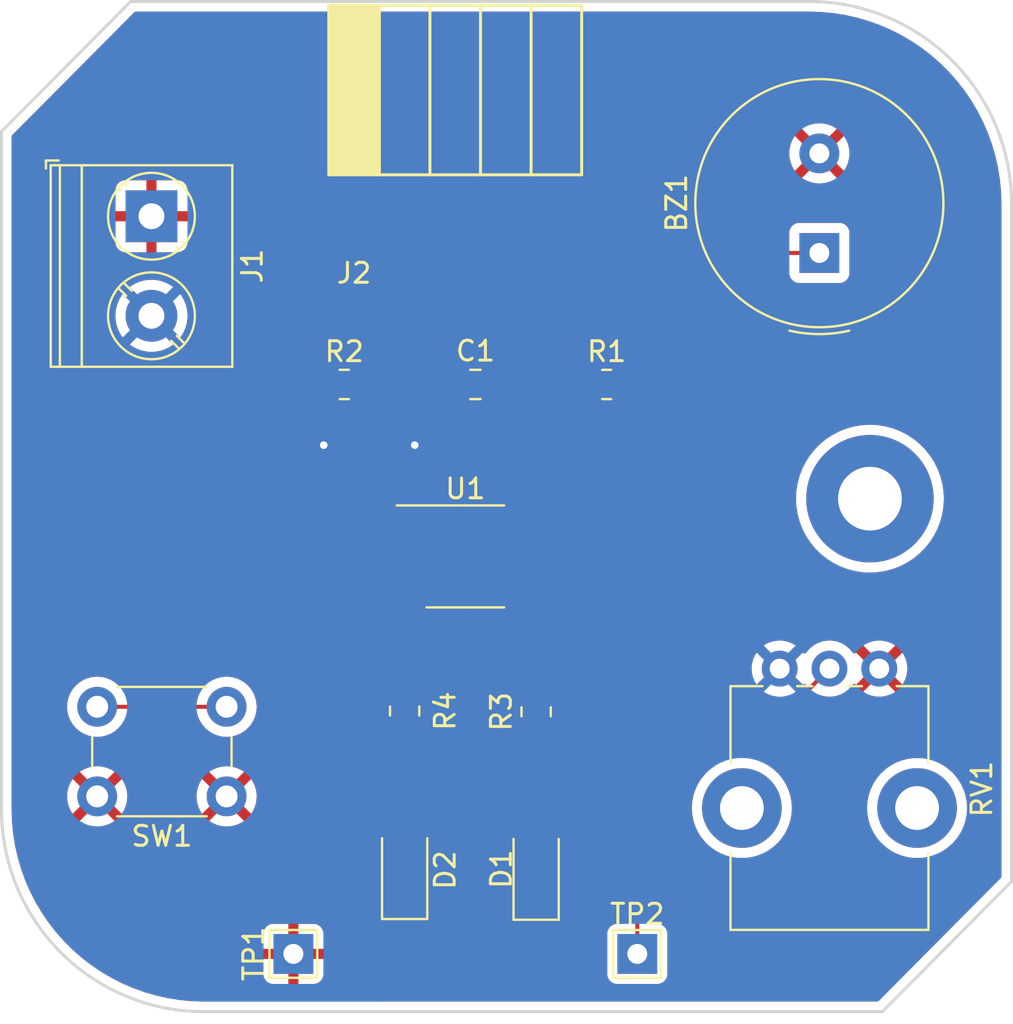
<source format=kicad_pcb>
(kicad_pcb (version 20211014) (generator pcbnew)
  (layers (0 "F.Cu" signal) (31 "B.Cu" signal) (34 "B.Paste" user) (35 "F.Paste" user) (36 "B.SilkS" user "B.Silkscreen") (37 "F.SilkS" user "F.Silkscreen") (38 "B.Mask" user) (39 "F.Mask" user) (44 "Edge.Cuts" user))
  (net 0 "")
  (net 1 "Net-(BZ1-Pad1)")
  (net 2 "GND")
  (net 3 "+3.3V")
  (net 4 "Net-(D1-Pad2)")
  (net 5 "Net-(D2-Pad2)")
  (net 6 "/ICSPCLK")
  (net 7 "/ICSPDAT")
  (net 8 "/~{MCLR}")
  (net 9 "Net-(R1-Pad1)")
  (net 10 "Net-(RV1-Pad2)")
  (net 11 "Net-(SW1-Pad2)")
  (footprint "TestPoint:TestPoint_THTPad_2.0x2.0mm_Drill1.0mm" (layer "F.Cu") (at 132.588 99.715977)
    (fp_text reference "TP2" (at 0 -1.998) (layer "F.SilkS"))
    (fp_text value "TestPoint")
    (fp_line (start 1.2 -1.2) (end 1.2 1.2) (layer "F.SilkS") (width 0.12))
    (fp_line (start -1.2 -1.2) (end 1.2 -1.2) (layer "F.SilkS") (width 0.12))
    (fp_line (start 1.2 1.2) (end -1.2 1.2) (layer "F.SilkS") (width 0.12))
    (fp_line (start -1.2 1.2) (end -1.2 -1.2) (layer "F.SilkS") (width 0.12))
    (pad "1" thru_hole rect (at 0 0) (size 2 2) (drill 1) (layers *.Cu *.Mask) (net 10 "Net-(RV1-Pad2)"))
  )
  (footprint "Resistor_SMD:R_0805_2012Metric_Pad1.20x1.40mm_HandSolder" (layer "F.Cu") (at 117.872 71.12)
    (fp_text reference "R2" (at 0 -1.65) (layer "F.SilkS"))
    (fp_text value "10k")
    (fp_line (start -0.227064 -0.735) (end 0.227064 -0.735) (layer "F.SilkS") (width 0.12))
    (fp_line (start -0.227064 0.735) (end 0.227064 0.735) (layer "F.SilkS") (width 0.12))
    (pad "1" smd roundrect (at -1 0) (size 1.2 1.4) (layers "F.Cu" "F.Paste" "F.Mask") (roundrect_rratio 0.208333) (net 3 "+3.3V"))
    (pad "2" smd roundrect (at 1 0) (size 1.2 1.4) (layers "F.Cu" "F.Paste" "F.Mask") (roundrect_rratio 0.208333) (net 8 "/~{MCLR}"))
  )
  (footprint "Potentiometer_THT:Potentiometer_Bourns_PTV09A-1_Single_Vertical" (layer "F.Cu") (at 139.74 85.39 -90)
    (fp_text reference "RV1" (at 6.05 -10.15 90) (layer "F.SilkS"))
    (fp_text value "R_Potentiometer_US")
    (fp_line (start 0.88 -7.47) (end 4.745 -7.47) (layer "F.SilkS") (width 0.12))
    (fp_line (start 0.88 -1.629) (end 0.88 -0.87) (layer "F.SilkS") (width 0.12))
    (fp_line (start 0.88 -4.129) (end 0.88 -3.37) (layer "F.SilkS") (width 0.12))
    (fp_line (start 0.88 -7.47) (end 0.88 -5.871) (layer "F.SilkS") (width 0.12))
    (fp_line (start 0.88 2.47) (end 4.745 2.47) (layer "F.SilkS") (width 0.12))
    (fp_line (start 13.12 -7.47) (end 13.12 2.47) (layer "F.SilkS") (width 0.12))
    (fp_line (start 9.255 -7.47) (end 13.12 -7.47) (layer "F.SilkS") (width 0.12))
    (fp_line (start 0.88 0.87) (end 0.88 2.47) (layer "F.SilkS") (width 0.12))
    (fp_line (start 9.255 2.47) (end 13.12 2.47) (layer "F.SilkS") (width 0.12))
    (pad "" np_thru_hole circle (at 7 1.9 270) (size 4 4) (drill 2.2) (layers F&B.Cu *.Mask))
    (pad "" np_thru_hole circle (at 7 -6.9 270) (size 4 4) (drill 2.2) (layers F&B.Cu *.Mask))
    (pad "1" thru_hole circle (at 0 0 270) (size 1.8 1.8) (drill 1) (layers *.Cu *.Mask) (net 3 "+3.3V"))
    (pad "2" thru_hole circle (at 0 -2.5 270) (size 1.8 1.8) (drill 1) (layers *.Cu *.Mask) (net 10 "Net-(RV1-Pad2)"))
    (pad "3" thru_hole circle (at 0 -5 270) (size 1.8 1.8) (drill 1) (layers *.Cu *.Mask) (net 2 "GND"))
  )
  (footprint "Resistor_SMD:R_0805_2012Metric_Pad1.20x1.40mm_HandSolder" (layer "F.Cu") (at 127.508 87.5555 -90)
    (fp_text reference "R3" (at 0 1.751 90) (layer "F.SilkS"))
    (fp_text value "160R")
    (fp_line (start -0.227064 0.735) (end 0.227064 0.735) (layer "F.SilkS") (width 0.12))
    (fp_line (start -0.227064 -0.735) (end 0.227064 -0.735) (layer "F.SilkS") (width 0.12))
    (pad "1" smd roundrect (at -1 0 270) (size 1.2 1.4) (layers "F.Cu" "F.Paste" "F.Mask") (roundrect_rratio 0.208333) (net 6 "/ICSPCLK"))
    (pad "2" smd roundrect (at 1 0 270) (size 1.2 1.4) (layers "F.Cu" "F.Paste" "F.Mask") (roundrect_rratio 0.208333) (net 4 "Net-(D1-Pad2)"))
  )
  (footprint "Resistor_SMD:R_0805_2012Metric_Pad1.20x1.40mm_HandSolder" (layer "F.Cu") (at 131.048 71.12)
    (fp_text reference "R1" (at 0 -1.65) (layer "F.SilkS"))
    (fp_text value "1k")
    (fp_line (start -0.227064 -0.735) (end 0.227064 -0.735) (layer "F.SilkS") (width 0.12))
    (fp_line (start -0.227064 0.735) (end 0.227064 0.735) (layer "F.SilkS") (width 0.12))
    (pad "1" smd roundrect (at -1 0) (size 1.2 1.4) (layers "F.Cu" "F.Paste" "F.Mask") (roundrect_rratio 0.208333) (net 9 "Net-(R1-Pad1)"))
    (pad "2" smd roundrect (at 1 0) (size 1.2 1.4) (layers "F.Cu" "F.Paste" "F.Mask") (roundrect_rratio 0.208333) (net 1 "Net-(BZ1-Pad1)"))
  )
  (footprint "LED_SMD:LED_1206_3216Metric_Pad1.42x1.75mm_HandSolder" (layer "F.Cu") (at 120.904 95.504 90)
    (fp_text reference "D2" (at 0 2.032 90) (layer "F.SilkS"))
    (fp_text value "GREEN")
    (fp_line (start 1.6 -1.135) (end -2.46 -1.135) (layer "F.SilkS") (width 0.12))
    (fp_line (start -2.46 1.135) (end 1.6 1.135) (layer "F.SilkS") (width 0.12))
    (fp_line (start -2.46 -1.135) (end -2.46 1.135) (layer "F.SilkS") (width 0.12))
    (pad "1" smd roundrect (at -1.4875 0 90) (size 1.425 1.75) (layers "F.Cu" "F.Paste" "F.Mask") (roundrect_rratio 0.175439) (net 2 "GND"))
    (pad "2" smd roundrect (at 1.4875 0 90) (size 1.425 1.75) (layers "F.Cu" "F.Paste" "F.Mask") (roundrect_rratio 0.175439) (net 5 "Net-(D2-Pad2)"))
  )
  (footprint "Tutorial_Footprints:PinHeader_5x2.54_SMD_90deg_952-3198-1-ND" (layer "F.Cu") (at 118.364 62.992)
    (fp_text reference "J2" (at 0 2.54) (layer "F.SilkS"))
    (fp_text value "Programming Connector")
    (fp_line (start 8.89 -2.4) (end 8.89 -10.9) (layer "F.SilkS") (width 0.15))
    (fp_line (start -1.27 -2.4) (end 11.43 -2.4) (layer "F.SilkS") (width 0.15))
    (fp_line (start 1.27 -2.4) (end 1.27 -10.9) (layer "F.SilkS") (width 0.15))
    (fp_line (start -1.27 -2.4) (end -1.27 -10.9) (layer "F.SilkS") (width 0.15))
    (fp_line (start -1.27 -10.9) (end 11.43 -10.9) (layer "F.SilkS") (width 0.15))
    (fp_line (start 3.81 -2.4) (end 3.81 -10.9) (layer "F.SilkS") (width 0.15))
    (fp_line (start 6.35 -2.4) (end 6.35 -10.9) (layer "F.SilkS") (width 0.15))
    (fp_line (start 11.43 -2.4) (end 11.43 -10.9) (layer "F.SilkS") (width 0.15))
    (fp_poly (pts (xy -1.2192 -10.8458) (xy 1.2192 -10.8458) (xy 1.2192 -2.4638) (xy -1.2192 -2.4638)) (layer "F.SilkS") (width 0.15) (fill solid))
    (pad "1" smd rect locked (at 0 0) (size 1 2) (layers "F.Cu" "F.Paste" "F.Mask") (net 8 "/~{MCLR}"))
    (pad "2" smd rect locked (at 2.54 0) (size 1 2) (layers "F.Cu" "F.Paste" "F.Mask") (net 3 "+3.3V"))
    (pad "3" smd rect locked (at 5.08 0) (size 1 2) (layers "F.Cu" "F.Paste" "F.Mask") (net 2 "GND"))
    (pad "4" smd rect locked (at 7.62 0) (size 1 2) (layers "F.Cu" "F.Paste" "F.Mask") (net 7 "/ICSPDAT"))
    (pad "5" smd rect locked (at 10.16 0) (size 1 2) (layers "F.Cu" "F.Paste" "F.Mask") (net 6 "/ICSPCLK"))
  )
  (footprint "Button_Switch_THT:SW_PUSH_6mm" (layer "F.Cu") (at 111.962 91.805977 180)
    (fp_text reference "SW1" (at 3.25 -2) (layer "F.SilkS"))
    (fp_text value "SW_Push")
    (fp_line (start 5.5 -1) (end 1 -1) (layer "F.SilkS") (width 0.12))
    (fp_line (start -0.25 1.5) (end -0.25 3) (layer "F.SilkS") (width 0.12))
    (fp_line (start 1 5.5) (end 5.5 5.5) (layer "F.SilkS") (width 0.12))
    (fp_line (start 6.75 3) (end 6.75 1.5) (layer "F.SilkS") (width 0.12))
    (pad "1" thru_hole circle (at 0 0 270) (size 2 2) (drill 1.1) (layers *.Cu *.Mask) (net 2 "GND"))
    (pad "1" thru_hole circle (at 6.5 0 270) (size 2 2) (drill 1.1) (layers *.Cu *.Mask) (net 2 "GND"))
    (pad "2" thru_hole circle (at 6.5 4.5 270) (size 2 2) (drill 1.1) (layers *.Cu *.Mask) (net 11 "Net-(SW1-Pad2)"))
    (pad "2" thru_hole circle (at 0 4.5 270) (size 2 2) (drill 1.1) (layers *.Cu *.Mask) (net 11 "Net-(SW1-Pad2)"))
  )
  (footprint "Resistor_SMD:R_0805_2012Metric_Pad1.20x1.40mm_HandSolder" (layer "F.Cu") (at 120.904 87.519 -90)
    (fp_text reference "R4" (at 0 -2.032 90) (layer "F.SilkS"))
    (fp_text value "160R")
    (fp_line (start -0.227064 0.735) (end 0.227064 0.735) (layer "F.SilkS") (width 0.12))
    (fp_line (start -0.227064 -0.735) (end 0.227064 -0.735) (layer "F.SilkS") (width 0.12))
    (pad "1" smd roundrect (at -1 0 270) (size 1.2 1.4) (layers "F.Cu" "F.Paste" "F.Mask") (roundrect_rratio 0.208333) (net 7 "/ICSPDAT"))
    (pad "2" smd roundrect (at 1 0 270) (size 1.2 1.4) (layers "F.Cu" "F.Paste" "F.Mask") (roundrect_rratio 0.208333) (net 5 "Net-(D2-Pad2)"))
  )
  (footprint "TestPoint:TestPoint_THTPad_2.0x2.0mm_Drill1.0mm" (layer "F.Cu") (at 115.316 99.715977 90)
    (fp_text reference "TP1" (at 0 -1.998 90) (layer "F.SilkS"))
    (fp_text value "TestPoint")
    (fp_line (start -1.2 1.2) (end -1.2 -1.2) (layer "F.SilkS") (width 0.12))
    (fp_line (start 1.2 -1.2) (end 1.2 1.2) (layer "F.SilkS") (width 0.12))
    (fp_line (start 1.2 1.2) (end -1.2 1.2) (layer "F.SilkS") (width 0.12))
    (fp_line (start -1.2 -1.2) (end 1.2 -1.2) (layer "F.SilkS") (width 0.12))
    (pad "1" thru_hole rect (at 0 0 90) (size 2 2) (drill 1) (layers *.Cu *.Mask) (net 2 "GND"))
  )
  (footprint "MountingHole:MountingHole_3.2mm_M3_Pad" (layer "F.Cu") (at 144.272 76.855977)
    (fp_text reference "REF**" hide)
    (fp_text value "MountingHole_3.2mm_M3_Pad" hide)
    (pad "1" thru_hole circle (at 0 0) (size 6.4 6.4) (drill 3.2) (layers *.Cu *.Mask))
  )
  (footprint "TerminalBlock_Phoenix:TerminalBlock_Phoenix_PT-1,5-2-5.0-H_1x02_P5.00mm_Horizontal" (layer "F.Cu") (at 108.188 62.671977 -90)
    (fp_text reference "J1" (at 2.5 -5.06 90) (layer "F.SilkS"))
    (fp_text value "Screw_Terminal_01x02")
    (fp_line (start -2.56 3.5) (end 7.56 3.5) (layer "F.SilkS") (width 0.12))
    (fp_line (start -1.548 1.281) (end -1.654 1.388) (layer "F.SilkS") (width 0.12))
    (fp_line (start 1.388 -1.654) (end 1.281 -1.547) (layer "F.SilkS") (width 0.12))
    (fp_line (start 7.56 -4.06) (end 7.56 5.06) (layer "F.SilkS") (width 0.12))
    (fp_line (start 6.654 -1.388) (end 6.259 -0.992) (layer "F.SilkS") (width 0.12))
    (fp_line (start 3.993 1.274) (end 3.613 1.654) (layer "F.SilkS") (width 0.12))
    (fp_line (start -2.56 5.06) (end 7.56 5.06) (layer "F.SilkS") (width 0.12))
    (fp_line (start -1.282 1.547) (end -1.388 1.654) (layer "F.SilkS") (width 0.12))
    (fp_line (start 6.388 -1.654) (end 6.008 -1.274) (layer "F.SilkS") (width 0.12))
    (fp_line (start 3.742 0.992) (end 3.347 1.388) (layer "F.SilkS") (width 0.12))
    (fp_line (start -2.8 5.3) (end -2.4 5.3) (layer "F.SilkS") (width 0.12))
    (fp_line (start -2.56 -4.06) (end -2.56 5.06) (layer "F.SilkS") (width 0.12))
    (fp_line (start -2.56 4.6) (end 7.56 4.6) (layer "F.SilkS") (width 0.12))
    (fp_line (start 1.654 -1.388) (end 1.547 -1.281) (layer "F.SilkS") (width 0.12))
    (fp_line (start -2.56 -4.06) (end 7.56 -4.06) (layer "F.SilkS") (width 0.12))
    (fp_line (start -2.8 4.66) (end -2.8 5.3) (layer "F.SilkS") (width 0.12))
    (fp_circle (center 5 0) (end 7.18 0) (layer "F.SilkS") (width 0.12) (fill none))
    (fp_circle (center 0 0) (end 2.18 0) (layer "F.SilkS") (width 0.12) (fill none))
    (pad "1" thru_hole rect (at 0 0 270) (size 2.6 2.6) (drill 1.3) (layers *.Cu *.Mask) (net 2 "GND"))
    (pad "2" thru_hole circle (at 5 0 270) (size 2.6 2.6) (drill 1.3) (layers *.Cu *.Mask) (net 3 "+3.3V"))
  )
  (footprint "Buzzer_Beeper:Buzzer_TDK_PS1240P02BT_D12.2mm_H6.5mm" (layer "F.Cu") (at 141.732 64.516 90)
    (fp_text reference "BZ1" (at 2.5 -7.17 90) (layer "F.SilkS"))
    (fp_text value "Buzzer")
    (fp_arc (start -3.9 1.499999) (mid -4.073431 0) (end -3.9 -1.5) (layer "F.SilkS") (width 0.12))
    (fp_circle (center 2.5 0) (end 8.73 0) (layer "F.SilkS") (width 0.12) (fill none))
    (pad "1" thru_hole rect (at 0 0 90) (size 2 2) (drill 1) (layers *.Cu *.Mask) (net 1 "Net-(BZ1-Pad1)"))
    (pad "2" thru_hole circle (at 5 0 90) (size 2 2) (drill 1) (layers *.Cu *.Mask) (net 2 "GND"))
  )
  (footprint "LED_SMD:LED_1206_3216Metric_Pad1.42x1.75mm_HandSolder" (layer "F.Cu") (at 127.508 95.5405 90)
    (fp_text reference "D1" (at 0.084064 -1.751 90) (layer "F.SilkS"))
    (fp_text value "RED")
    (fp_line (start -2.46 1.135) (end 1.6 1.135) (layer "F.SilkS") (width 0.12))
    (fp_line (start -2.46 -1.135) (end -2.46 1.135) (layer "F.SilkS") (width 0.12))
    (fp_line (start 1.6 -1.135) (end -2.46 -1.135) (layer "F.SilkS") (width 0.12))
    (pad "1" smd roundrect (at -1.4875 0 90) (size 1.425 1.75) (layers "F.Cu" "F.Paste" "F.Mask") (roundrect_rratio 0.175439) (net 2 "GND"))
    (pad "2" smd roundrect (at 1.4875 0 90) (size 1.425 1.75) (layers "F.Cu" "F.Paste" "F.Mask") (roundrect_rratio 0.175439) (net 4 "Net-(D1-Pad2)"))
  )
  (footprint "Package_SO:SOIC-8_3.9x4.9mm_P1.27mm" (layer "F.Cu") (at 123.952 79.756)
    (fp_text reference "U1" (at 0 -3.4) (layer "F.SilkS"))
    (fp_text value "PIC12LF1501")
    (fp_line (start 0 2.56) (end 1.95 2.56) (layer "F.SilkS") (width 0.12))
    (fp_line (start 0 -2.56) (end -3.45 -2.56) (layer "F.SilkS") (width 0.12))
    (fp_line (start 0 2.56) (end -1.95 2.56) (layer "F.SilkS") (width 0.12))
    (fp_line (start 0 -2.56) (end 1.95 -2.56) (layer "F.SilkS") (width 0.12))
    (pad "1" smd roundrect (at -2.475 -1.905) (size 1.95 0.6) (layers "F.Cu" "F.Paste" "F.Mask") (net 3 "+3.3V"))
    (pad "2" smd roundrect (at -2.475 -0.635) (size 1.95 0.6) (layers "F.Cu" "F.Paste" "F.Mask") (net 10 "Net-(RV1-Pad2)"))
    (pad "3" smd roundrect (at -2.475 0.635) (size 1.95 0.6) (layers "F.Cu" "F.Paste" "F.Mask") (net 11 "Net-(SW1-Pad2)"))
    (pad "4" smd roundrect (at -2.475 1.905) (size 1.95 0.6) (layers "F.Cu" "F.Paste" "F.Mask") (net 8 "/~{MCLR}"))
    (pad "5" smd roundrect (at 2.475 1.905) (size 1.95 0.6) (layers "F.Cu" "F.Paste" "F.Mask") (net 9 "Net-(R1-Pad1)"))
    (pad "6" smd roundrect (at 2.475 0.635) (size 1.95 0.6) (layers "F.Cu" "F.Paste" "F.Mask") (net 6 "/ICSPCLK"))
    (pad "7" smd roundrect (at 2.475 -0.635) (size 1.95 0.6) (layers "F.Cu" "F.Paste" "F.Mask") (net 7 "/ICSPDAT"))
    (pad "8" smd roundrect (at 2.475 -1.905) (size 1.95 0.6) (layers "F.Cu" "F.Paste" "F.Mask") (net 2 "GND"))
  )
  (footprint "Capacitor_SMD:C_0805_2012Metric_Pad1.18x1.45mm_HandSolder" (layer "F.Cu") (at 124.46 71.12)
    (fp_text reference "C1" (at 0 -1.68) (layer "F.SilkS"))
    (fp_text value "0.1uF")
    (fp_line (start -0.261252 -0.735) (end 0.261252 -0.735) (layer "F.SilkS") (width 0.12))
    (fp_line (start -0.261252 0.735) (end 0.261252 0.735) (layer "F.SilkS") (width 0.12))
    (pad "1" smd roundrect (at -1.0375 0) (size 1.175 1.45) (layers "F.Cu" "F.Paste" "F.Mask") (roundrect_rratio 0.212766) (net 3 "+3.3V"))
    (pad "2" smd roundrect (at 1.0375 0) (size 1.175 1.45) (layers "F.Cu" "F.Paste" "F.Mask") (roundrect_rratio 0.212766) (net 2 "GND"))
  )
  (gr_line (start 110.816205 102.616) (end 144.896067 102.615235) (layer "Edge.Cuts") (width 0.15))
  (gr_line (start 100.656205 92.456) (end 100.656205 58.42) (layer "Edge.Cuts") (width 0.15))
  (gr_arc (start 141.224 51.888205) (mid 148.408205 54.864) (end 151.384 62.048205) (layer "Edge.Cuts") (width 0.15))
  (gr_line (start 107.144138 51.88897) (end 141.224 51.888205) (layer "Edge.Cuts") (width 0.15))
  (gr_line (start 144.896067 102.615235) (end 151.384 96.084205) (layer "Edge.Cuts") (width 0.15))
  (gr_line (start 100.656205 58.42) (end 107.144138 51.88897) (layer "Edge.Cuts") (width 0.15))
  (gr_arc (start 110.816205 102.616) (mid 103.632 99.640205) (end 100.656205 92.456) (layer "Edge.Cuts") (width 0.15))
  (gr_line (start 151.384 96.084205) (end 151.384 62.048205) (layer "Edge.Cuts") (width 0.15))
  (segment (start 138.652 64.516) (end 141.732 64.516) (width 0.2032) (layer "F.Cu") (net 1))
  (segment (start 132.048 71.12) (end 138.652 64.516) (width 0.2032) (layer "F.Cu") (net 1))
  (segment (start 116.84 71.152) (end 116.872 71.12) (width 0.2032) (layer "F.Cu") (net 3))
  (segment (start 123.4225 71.12) (end 121.412 73.1305) (width 0.2032) (layer "F.Cu") (net 3))
  (segment (start 121.412 77.786) (end 121.477 77.851) (width 0.2032) (layer "F.Cu") (net 3))
  (segment (start 121.412 73.1305) (end 121.412 74.168) (width 0.2032) (layer "F.Cu") (net 3))
  (segment (start 120.904 68.6015) (end 123.4225 71.12) (width 0.2032) (layer "F.Cu") (net 3))
  (segment (start 116.84 74.168) (end 116.84 71.152) (width 0.2032) (layer "F.Cu") (net 3))
  (segment (start 121.412 74.168) (end 121.412 77.786) (width 0.2032) (layer "F.Cu") (net 3))
  (segment (start 120.904 62.992) (end 120.904 68.6015) (width 0.2032) (layer "F.Cu") (net 3))
  (via (at 116.84 74.168) (size 0.762) (drill 0.381) (layers "F.Cu" "B.Cu") (net 3))
  (via (at 121.412 74.168) (size 0.762) (drill 0.381) (layers "F.Cu" "B.Cu") (net 3))
  (segment (start 127.508 94.053) (end 127.508 88.5555) (width 0.2032) (layer "F.Cu") (net 4))
  (segment (start 120.904 94.0165) (end 120.904 88.519) (width 0.2032) (layer "F.Cu") (net 5))
  (segment (start 127.381 80.391) (end 126.427 80.391) (width 0.2032) (layer "F.Cu") (net 6))
  (segment (start 126.6875 86.5555) (end 127.508 86.5555) (width 0.2032) (layer "F.Cu") (net 6))
  (segment (start 124.968 81.501816) (end 124.968 84.836) (width 0.2032) (layer "F.Cu") (net 6))
  (segment (start 126.078816 80.391) (end 124.968 81.501816) (width 0.2032) (layer "F.Cu") (net 6))
  (segment (start 124.968 84.836) (end 126.6875 86.5555) (width 0.2032) (layer "F.Cu") (net 6))
  (segment (start 128.524 79.248) (end 127.381 80.391) (width 0.2032) (layer "F.Cu") (net 6))
  (segment (start 126.427 80.391) (end 126.078816 80.391) (width 0.2032) (layer "F.Cu") (net 6))
  (segment (start 128.524 62.992) (end 128.524 79.248) (width 0.2032) (layer "F.Cu") (net 6))
  (segment (start 126.775184 79.121) (end 126.427 79.121) (width 0.2032) (layer "F.Cu") (net 7))
  (segment (start 124.46 80.264) (end 124.46 84.836) (width 0.2032) (layer "F.Cu") (net 7))
  (segment (start 126.427 79.121) (end 125.603 79.121) (width 0.2032) (layer "F.Cu") (net 7))
  (segment (start 122.777 86.519) (end 120.904 86.519) (width 0.2032) (layer "F.Cu") (net 7))
  (segment (start 124.46 84.836) (end 122.777 86.519) (width 0.2032) (layer "F.Cu") (net 7))
  (segment (start 125.603 79.121) (end 124.46 80.264) (width 0.2032) (layer "F.Cu") (net 7))
  (segment (start 125.984 62.992) (end 127.7068 64.7148) (width 0.2032) (layer "F.Cu") (net 7))
  (segment (start 127.7068 64.7148) (end 127.7068 78.189384) (width 0.2032) (layer "F.Cu") (net 7))
  (segment (start 127.7068 78.189384) (end 126.775184 79.121) (width 0.2032) (layer "F.Cu") (net 7))
  (segment (start 119.888 80.420184) (end 121.128816 81.661) (width 0.2032) (layer "F.Cu") (net 8))
  (segment (start 119.888 70.104) (end 119.888 80.420184) (width 0.2032) (layer "F.Cu") (net 8))
  (segment (start 119.888 69.596) (end 119.888 70.104) (width 0.2032) (layer "F.Cu") (net 8))
  (segment (start 118.872 71.12) (end 119.888 70.104) (width 0.2032) (layer "F.Cu") (net 8))
  (segment (start 121.128816 81.661) (end 121.477 81.661) (width 0.2032) (layer "F.Cu") (net 8))
  (segment (start 118.364 62.992) (end 119.888 64.516) (width 0.2032) (layer "F.Cu") (net 8))
  (segment (start 119.888 64.516) (end 119.888 69.596) (width 0.2032) (layer "F.Cu") (net 8))
  (segment (start 126.775184 81.661) (end 130.048 78.388184) (width 0.2032) (layer "F.Cu") (net 9))
  (segment (start 130.048 78.388184) (end 130.048 71.12) (width 0.2032) (layer "F.Cu") (net 9))
  (segment (start 126.427 81.661) (end 126.775184 81.661) (width 0.2032) (layer "F.Cu") (net 9))
  (segment (start 121.825184 79.121) (end 123.1632 80.459016) (width 0.2032) (layer "F.Cu") (net 10))
  (segment (start 123.1632 82.675194) (end 119.8992 85.939194) (width 0.2032) (layer "F.Cu") (net 10))
  (segment (start 119.8992 87.289206) (end 120.224194 87.6142) (width 0.2032) (layer "F.Cu") (net 10))
  (segment (start 132.588 89.408) (end 138.222 89.408) (width 0.2032) (layer "F.Cu") (net 10))
  (segment (start 121.477 79.121) (end 121.825184 79.121) (width 0.2032) (layer "F.Cu") (net 10))
  (segment (start 138.222 89.408) (end 142.24 85.39) (width 0.2032) (layer "F.Cu") (net 10))
  (segment (start 119.8992 85.939194) (end 119.8992 87.289206) (width 0.2032) (layer "F.Cu") (net 10))
  (segment (start 132.588 89.408) (end 132.588 99.715977) (width 0.2032) (layer "F.Cu") (net 10))
  (segment (start 123.1632 80.459016) (end 123.1632 82.675194) (width 0.2032) (layer "F.Cu") (net 10))
  (segment (start 120.224194 87.6142) (end 130.7942 87.6142) (width 0.2032) (layer "F.Cu") (net 10))
  (segment (start 130.7942 87.6142) (end 132.588 89.408) (width 0.2032) (layer "F.Cu") (net 10))
  (segment (start 112.776 83.312) (end 108.782023 87.305977) (width 0.2032) (layer "F.Cu") (net 11))
  (segment (start 105.462 87.305977) (end 108.782023 87.305977) (width 0.2032) (layer "F.Cu") (net 11))
  (segment (start 108.782023 87.305977) (end 111.962 87.305977) (width 0.2032) (layer "F.Cu") (net 11))
  (segment (start 121.825184 80.391) (end 122.7568 81.322616) (width 0.2032) (layer "F.Cu") (net 11))
  (segment (start 122.7568 82.4752) (end 121.92 83.312) (width 0.2032) (layer "F.Cu") (net 11))
  (segment (start 121.477 80.391) (end 121.825184 80.391) (width 0.2032) (layer "F.Cu") (net 11))
  (segment (start 121.92 83.312) (end 112.776 83.312) (width 0.2032) (layer "F.Cu") (net 11))
  (segment (start 122.7568 81.322616) (end 122.7568 82.4752) (width 0.2032) (layer "F.Cu") (net 11))
  (zone (net 2) (net_name "GND") (layer "F.Cu") (connect_pads (clearance 0.508)) (min_thickness 0.254) (fill yes (thermal_gap 0.508) (thermal_bridge_width 0.508))
    (polygon (pts (xy 151.384 102.616) (xy 100.584 102.616) (xy 100.584 51.816) (xy 151.384 51.816)))
  )
  (zone (net 3) (net_name "+3.3V") (layer "B.Cu") (connect_pads (clearance 0.508)) (min_thickness 0.254) (fill yes (thermal_gap 0.508) (thermal_bridge_width 0.508))
    (polygon (pts (xy 151.384 102.616) (xy 100.584 102.616) (xy 100.584 51.816) (xy 151.384 51.816)))
  )
)
</source>
